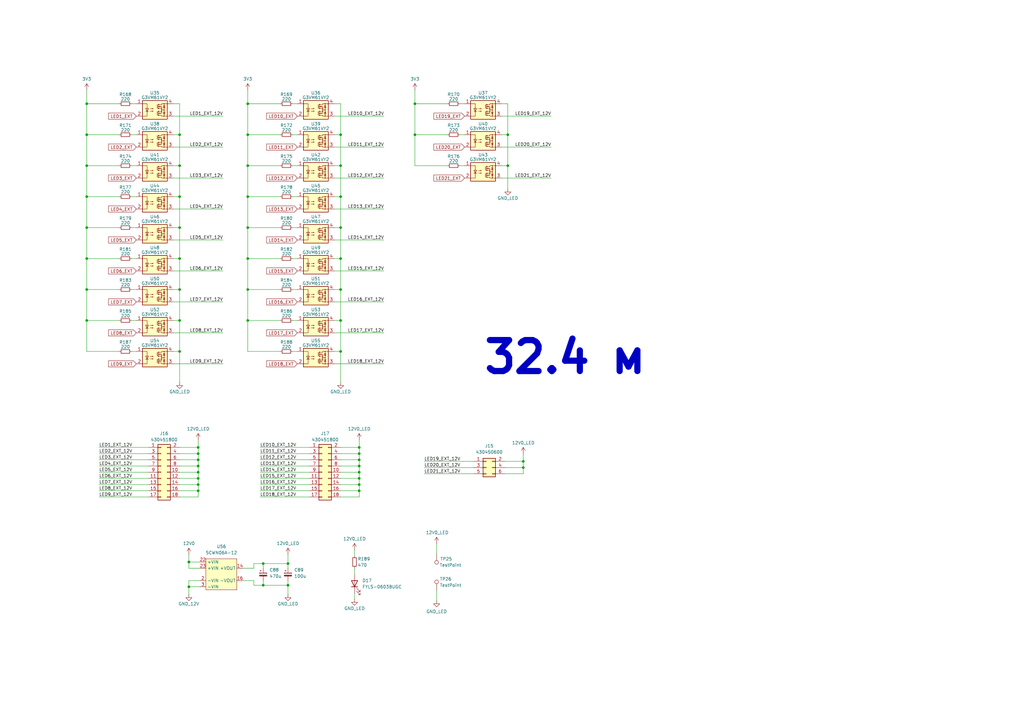
<source format=kicad_sch>
(kicad_sch (version 20231120) (generator "eeschema") (generator_version "8.0")
  (paper "A3")
  (lib_symbols
    (symbol "Connector:TestPoint" (pin_numbers hide) (pin_names (offset 0.762) hide)
      (property "Reference" "TP" (at 0 6.858 0))
      (property "Value" "TestPoint" (at 0 5.08 0))
      (symbol "TestPoint_1_1"
        (pin passive line (at 0 0 90) (length 2.54) (name "1") (number "1"))
      )
    )
    (symbol "Connector_Generic:Conn_02x03_Odd_Even" (pin_names (offset 1.016) hide)
      (property "Reference" "J" (at 1.27 5.08 0))
      (property "Value" "Conn_02x03_Odd_Even" (at 1.27 -5.08 0))
      (symbol "Conn_02x03_Odd_Even_1_1"
        (pin passive line (at -5.08 2.54 0) (length 3.81) (name "Pin_1") (number "1"))
        (pin passive line (at 7.62 2.54 180) (length 3.81) (name "Pin_2") (number "2"))
        (pin passive line (at -5.08 0 0) (length 3.81) (name "Pin_3") (number "3"))
        (pin passive line (at 7.62 0 180) (length 3.81) (name "Pin_4") (number "4"))
        (pin passive line (at -5.08 -2.54 0) (length 3.81) (name "Pin_5") (number "5"))
        (pin passive line (at 7.62 -2.54 180) (length 3.81) (name "Pin_6") (number "6"))
      )
    )
    (symbol "Connector_Generic:Conn_02x09_Odd_Even" (pin_names (offset 1.016) hide)
      (property "Reference" "J" (at 1.27 12.7 0))
      (property "Value" "Conn_02x09_Odd_Even" (at 1.27 -12.7 0))
      (symbol "Conn_02x09_Odd_Even_1_1"
        (pin passive line (at -5.08 10.16 0) (length 3.81) (name "Pin_1") (number "1"))
        (pin passive line (at 7.62 0 180) (length 3.81) (name "Pin_10") (number "10"))
        (pin passive line (at -5.08 -2.54 0) (length 3.81) (name "Pin_11") (number "11"))
        (pin passive line (at 7.62 -2.54 180) (length 3.81) (name "Pin_12") (number "12"))
        (pin passive line (at -5.08 -5.08 0) (length 3.81) (name "Pin_13") (number "13"))
        (pin passive line (at 7.62 -5.08 180) (length 3.81) (name "Pin_14") (number "14"))
        (pin passive line (at -5.08 -7.62 0) (length 3.81) (name "Pin_15") (number "15"))
        (pin passive line (at 7.62 -7.62 180) (length 3.81) (name "Pin_16") (number "16"))
        (pin passive line (at -5.08 -10.16 0) (length 3.81) (name "Pin_17") (number "17"))
        (pin passive line (at 7.62 -10.16 180) (length 3.81) (name "Pin_18") (number "18"))
        (pin passive line (at 7.62 10.16 180) (length 3.81) (name "Pin_2") (number "2"))
        (pin passive line (at -5.08 7.62 0) (length 3.81) (name "Pin_3") (number "3"))
        (pin passive line (at 7.62 7.62 180) (length 3.81) (name "Pin_4") (number "4"))
        (pin passive line (at -5.08 5.08 0) (length 3.81) (name "Pin_5") (number "5"))
        (pin passive line (at 7.62 5.08 180) (length 3.81) (name "Pin_6") (number "6"))
        (pin passive line (at -5.08 2.54 0) (length 3.81) (name "Pin_7") (number "7"))
        (pin passive line (at 7.62 2.54 180) (length 3.81) (name "Pin_8") (number "8"))
        (pin passive line (at -5.08 0 0) (length 3.81) (name "Pin_9") (number "9"))
      )
    )
    (symbol "Device:C_Polarized_Small" (pin_numbers hide) (pin_names (offset 0.254) hide)
      (property "Reference" "C" (at 0.254 1.778 0))
      (property "Value" "C_Polarized_Small" (at 0.254 -2.032 0))
      (symbol "C_Polarized_Small_1_1"
        (pin passive line (at 0 2.54 270) (length 1.8542) (name "~") (number "1"))
        (pin passive line (at 0 -2.54 90) (length 1.8542) (name "~") (number "2"))
      )
    )
    (symbol "Device:LED" (pin_numbers hide) (pin_names (offset 1.016) hide)
      (property "Reference" "D" (at 0 2.54 0))
      (property "Value" "LED" (at 0 -2.54 0))
      (symbol "LED_1_1"
        (pin passive line (at -3.81 0 0) (length 2.54) (name "K") (number "1"))
        (pin passive line (at 3.81 0 180) (length 2.54) (name "A") (number "2"))
      )
    )
    (symbol "Device:R_Small" (pin_numbers hide) (pin_names (offset 0.254) hide)
      (property "Reference" "R" (at 0.762 0.508 0))
      (property "Value" "R_Small" (at 0.762 -1.016 0))
      (symbol "R_Small_1_1"
        (pin passive line (at 0 2.54 270) (length 0.762) (name "~") (number "1"))
        (pin passive line (at 0 -2.54 90) (length 0.762) (name "~") (number "2"))
      )
    )
    (symbol "Relay_SolidState:ASSR-1218"
      (property "Reference" "U" (at -5.08 5.08 0))
      (property "Value" "ASSR-1218" (at 0 5.08 0))
      (symbol "ASSR-1218_1_1"
        (pin passive line (at -7.62 2.54 0) (length 2.54) (name "~") (number "1"))
        (pin passive line (at -7.62 -2.54 0) (length 2.54) (name "~") (number "2"))
        (pin passive line (at 7.62 -2.54 180) (length 2.54) (name "~") (number "3"))
        (pin passive line (at 7.62 2.54 180) (length 2.54) (name "~") (number "4"))
      )
    )
    (symbol "power:+12V" (power) (pin_numbers hide) (pin_names (offset 0) hide)
      (property "Value" "+12V" (at 0 3.556 0))
      (symbol "+12V_1_1"
        (pin power_in line (at 0 0 90) (length 0) (name "~") (number "1"))
      )
    )
    (symbol "power:+5V" (power) (pin_numbers hide) (pin_names (offset 0) hide)
      (property "Value" "+5V" (at 0 3.556 0))
      (symbol "+5V_1_1"
        (pin power_in line (at 0 0 90) (length 0) (name "~") (number "1"))
      )
    )
    (symbol "power:GND" (power) (pin_numbers hide) (pin_names (offset 0) hide)
      (property "Value" "GND" (at 0 -3.81 0))
      (symbol "GND_1_1"
        (pin power_in line (at 0 0 270) (length 0) (name "~") (number "1"))
      )
    )
    (symbol "user_lib:SCWN06A-12"
      (property "Reference" "U" (at 0.762 -10.922 0))
      (property "Value" "SCWN06A-12" (at 0.762 -10.922 0))
      (symbol "SCWN06A-12_1_1"
        (pin input line (at 8.89 2.54 180) (length 2.54) (name "+VOUT") (number "14"))
        (pin input line (at 8.89 -2.54 180) (length 2.54) (name "-VOUT") (number "16"))
        (pin input line (at -8.89 -2.54 0) (length 2.54) (name "-VIN") (number "2"))
        (pin input line (at -8.89 5.08 0) (length 2.54) (name "+VIN") (number "22"))
        (pin input line (at -8.89 2.54 0) (length 2.54) (name "+VIN") (number "23"))
        (pin input line (at -8.89 -5.08 0) (length 2.54) (name "-VIN") (number "3"))
      )
    )
  )
  (junction (at 73.66 118.745))
  (junction (at 81.28 183.515))
  (junction (at 101.6 106.045))
  (junction (at 139.7 93.345))
  (junction (at 101.6 55.245))
  (junction (at 73.66 55.245))
  (junction (at 107.95 231.14))
  (junction (at 35.56 118.745))
  (junction (at 139.7 118.745))
  (junction (at 73.66 67.945))
  (junction (at 81.28 198.755))
  (junction (at 101.6 42.545))
  (junction (at 35.56 42.545))
  (junction (at 101.6 93.345))
  (junction (at 170.18 55.245))
  (junction (at 107.95 240.03))
  (junction (at 81.28 201.295))
  (junction (at 101.6 118.745))
  (junction (at 101.6 67.945))
  (junction (at 81.28 188.595))
  (junction (at 73.66 144.145))
  (junction (at 139.7 55.245))
  (junction (at 147.32 183.515))
  (junction (at 139.7 106.045))
  (junction (at 147.32 191.135))
  (junction (at 147.32 193.675))
  (junction (at 147.32 186.055))
  (junction (at 214.63 191.77))
  (junction (at 73.66 93.345))
  (junction (at 118.11 231.14))
  (junction (at 35.56 131.445))
  (junction (at 147.32 201.295))
  (junction (at 77.47 230.505))
  (junction (at 101.6 131.445))
  (junction (at 73.66 80.645))
  (junction (at 118.11 240.03))
  (junction (at 139.7 144.145))
  (junction (at 147.32 198.755))
  (junction (at 170.18 42.545))
  (junction (at 73.66 131.445))
  (junction (at 214.63 189.23))
  (junction (at 35.56 67.945))
  (junction (at 77.47 240.665))
  (junction (at 139.7 131.445))
  (junction (at 81.28 196.215))
  (junction (at 35.56 80.645))
  (junction (at 81.28 193.675))
  (junction (at 147.32 196.215))
  (junction (at 35.56 106.045))
  (junction (at 208.28 55.245))
  (junction (at 35.56 55.245))
  (junction (at 139.7 67.945))
  (junction (at 101.6 80.645))
  (junction (at 81.28 186.055))
  (junction (at 35.56 93.345))
  (junction (at 73.66 106.045))
  (junction (at 208.28 67.945))
  (junction (at 81.28 191.135))
  (junction (at 147.32 188.595))
  (junction (at 139.7 80.645))
  (wire (pts (xy 73.66 203.835) (xy 81.28 203.835)))
  (wire (pts (xy 35.56 42.545) (xy 35.56 55.245)))
  (wire (pts (xy 120.015 42.545) (xy 121.92 42.545)))
  (wire (pts (xy 137.16 93.345) (xy 139.7 93.345)))
  (wire (pts (xy 73.66 93.345) (xy 73.66 106.045)))
  (wire (pts (xy 81.28 198.755) (xy 81.28 201.295)))
  (wire (pts (xy 53.975 144.145) (xy 55.88 144.145)))
  (wire (pts (xy 139.7 193.675) (xy 147.32 193.675)))
  (wire (pts (xy 205.74 42.545) (xy 208.28 42.545)))
  (wire (pts (xy 71.12 136.525) (xy 91.44 136.525)))
  (wire (pts (xy 99.695 233.045) (xy 104.14 233.045)))
  (wire (pts (xy 71.12 80.645) (xy 73.66 80.645)))
  (wire (pts (xy 170.18 36.83) (xy 170.18 42.545)))
  (wire (pts (xy 71.12 73.025) (xy 91.44 73.025)))
  (wire (pts (xy 139.7 196.215) (xy 147.32 196.215)))
  (wire (pts (xy 107.95 240.03) (xy 118.11 240.03)))
  (wire (pts (xy 139.7 67.945) (xy 139.7 80.645)))
  (wire (pts (xy 214.63 191.77) (xy 214.63 194.31)))
  (wire (pts (xy 101.6 80.645) (xy 101.6 93.345)))
  (wire (pts (xy 114.935 55.245) (xy 101.6 55.245)))
  (wire (pts (xy 35.56 93.345) (xy 48.895 93.345)))
  (wire (pts (xy 188.595 55.245) (xy 190.5 55.245)))
  (wire (pts (xy 104.14 231.14) (xy 104.14 233.045)))
  (wire (pts (xy 205.74 67.945) (xy 208.28 67.945)))
  (wire (pts (xy 107.95 238.125) (xy 107.95 240.03)))
  (wire (pts (xy 73.66 55.245) (xy 73.66 67.945)))
  (wire (pts (xy 101.6 118.745) (xy 114.935 118.745)))
  (wire (pts (xy 101.6 131.445) (xy 101.6 144.145)))
  (wire (pts (xy 35.56 131.445) (xy 35.56 144.145)))
  (wire (pts (xy 81.28 180.34) (xy 81.28 183.515)))
  (wire (pts (xy 137.16 123.825) (xy 157.48 123.825)))
  (wire (pts (xy 137.16 55.245) (xy 139.7 55.245)))
  (wire (pts (xy 60.96 196.215) (xy 40.64 196.215)))
  (wire (pts (xy 127 186.055) (xy 106.68 186.055)))
  (wire (pts (xy 71.12 131.445) (xy 73.66 131.445)))
  (wire (pts (xy 147.32 191.135) (xy 147.32 193.675)))
  (wire (pts (xy 107.95 231.14) (xy 118.11 231.14)))
  (wire (pts (xy 188.595 42.545) (xy 190.5 42.545)))
  (wire (pts (xy 139.7 106.045) (xy 139.7 118.745)))
  (wire (pts (xy 104.14 238.125) (xy 104.14 240.03)))
  (wire (pts (xy 137.16 98.425) (xy 157.48 98.425)))
  (wire (pts (xy 73.66 106.045) (xy 73.66 118.745)))
  (wire (pts (xy 77.47 230.505) (xy 77.47 227.33)))
  (wire (pts (xy 73.66 188.595) (xy 81.28 188.595)))
  (wire (pts (xy 35.56 118.745) (xy 35.56 131.445)))
  (wire (pts (xy 170.18 42.545) (xy 183.515 42.545)))
  (wire (pts (xy 127 188.595) (xy 106.68 188.595)))
  (wire (pts (xy 60.96 203.835) (xy 40.64 203.835)))
  (wire (pts (xy 73.66 80.645) (xy 73.66 93.345)))
  (wire (pts (xy 127 201.295) (xy 106.68 201.295)))
  (wire (pts (xy 139.7 131.445) (xy 139.7 144.145)))
  (wire (pts (xy 139.7 42.545) (xy 139.7 55.245)))
  (wire (pts (xy 101.6 67.945) (xy 114.935 67.945)))
  (wire (pts (xy 53.975 67.945) (xy 55.88 67.945)))
  (wire (pts (xy 139.7 191.135) (xy 147.32 191.135)))
  (wire (pts (xy 71.12 144.145) (xy 73.66 144.145)))
  (wire (pts (xy 35.56 118.745) (xy 48.895 118.745)))
  (wire (pts (xy 145.415 233.045) (xy 145.415 235.585)))
  (wire (pts (xy 71.12 118.745) (xy 73.66 118.745)))
  (wire (pts (xy 77.47 233.045) (xy 77.47 230.505)))
  (wire (pts (xy 73.66 186.055) (xy 81.28 186.055)))
  (wire (pts (xy 81.28 183.515) (xy 81.28 186.055)))
  (wire (pts (xy 81.915 238.125) (xy 77.47 238.125)))
  (wire (pts (xy 147.32 198.755) (xy 147.32 201.295)))
  (wire (pts (xy 120.015 118.745) (xy 121.92 118.745)))
  (wire (pts (xy 139.7 203.835) (xy 147.32 203.835)))
  (wire (pts (xy 81.28 193.675) (xy 81.28 196.215)))
  (wire (pts (xy 73.66 67.945) (xy 73.66 80.645)))
  (wire (pts (xy 35.56 36.83) (xy 35.56 42.545)))
  (wire (pts (xy 205.74 73.025) (xy 226.06 73.025)))
  (wire (pts (xy 139.7 80.645) (xy 139.7 93.345)))
  (wire (pts (xy 137.16 47.625) (xy 157.48 47.625)))
  (wire (pts (xy 205.74 60.325) (xy 226.06 60.325)))
  (wire (pts (xy 60.96 191.135) (xy 40.64 191.135)))
  (wire (pts (xy 81.28 186.055) (xy 81.28 188.595)))
  (wire (pts (xy 179.07 241.935) (xy 179.07 246.38)))
  (wire (pts (xy 214.63 186.055) (xy 214.63 189.23)))
  (wire (pts (xy 60.96 201.295) (xy 40.64 201.295)))
  (wire (pts (xy 101.6 42.545) (xy 101.6 55.245)))
  (wire (pts (xy 120.015 55.245) (xy 121.92 55.245)))
  (wire (pts (xy 101.6 106.045) (xy 101.6 118.745)))
  (wire (pts (xy 127 196.215) (xy 106.68 196.215)))
  (wire (pts (xy 127 198.755) (xy 106.68 198.755)))
  (wire (pts (xy 137.16 131.445) (xy 139.7 131.445)))
  (wire (pts (xy 60.96 193.675) (xy 40.64 193.675)))
  (wire (pts (xy 81.28 191.135) (xy 81.28 193.675)))
  (wire (pts (xy 137.16 80.645) (xy 139.7 80.645)))
  (wire (pts (xy 139.7 201.295) (xy 147.32 201.295)))
  (wire (pts (xy 194.31 191.77) (xy 173.99 191.77)))
  (wire (pts (xy 73.66 198.755) (xy 81.28 198.755)))
  (wire (pts (xy 73.66 118.745) (xy 73.66 131.445)))
  (wire (pts (xy 71.12 106.045) (xy 73.66 106.045)))
  (wire (pts (xy 71.12 47.625) (xy 91.44 47.625)))
  (wire (pts (xy 120.015 67.945) (xy 121.92 67.945)))
  (wire (pts (xy 101.6 118.745) (xy 101.6 131.445)))
  (wire (pts (xy 118.11 240.03) (xy 118.11 243.84)))
  (wire (pts (xy 81.28 188.595) (xy 81.28 191.135)))
  (wire (pts (xy 183.515 55.245) (xy 170.18 55.245)))
  (wire (pts (xy 170.18 42.545) (xy 170.18 55.245)))
  (wire (pts (xy 60.96 188.595) (xy 40.64 188.595)))
  (wire (pts (xy 73.66 131.445) (xy 73.66 144.145)))
  (wire (pts (xy 147.32 180.34) (xy 147.32 183.515)))
  (wire (pts (xy 207.01 191.77) (xy 214.63 191.77)))
  (wire (pts (xy 101.6 93.345) (xy 114.935 93.345)))
  (wire (pts (xy 71.12 111.125) (xy 91.44 111.125)))
  (wire (pts (xy 73.66 183.515) (xy 81.28 183.515)))
  (wire (pts (xy 139.7 186.055) (xy 147.32 186.055)))
  (wire (pts (xy 35.56 42.545) (xy 48.895 42.545)))
  (wire (pts (xy 48.895 55.245) (xy 35.56 55.245)))
  (wire (pts (xy 35.56 93.345) (xy 35.56 106.045)))
  (wire (pts (xy 194.31 194.31) (xy 173.99 194.31)))
  (wire (pts (xy 145.415 225.425) (xy 145.415 227.965)))
  (wire (pts (xy 60.96 186.055) (xy 40.64 186.055)))
  (wire (pts (xy 53.975 93.345) (xy 55.88 93.345)))
  (wire (pts (xy 147.32 186.055) (xy 147.32 188.595)))
  (wire (pts (xy 71.12 42.545) (xy 73.66 42.545)))
  (wire (pts (xy 35.56 80.645) (xy 35.56 93.345)))
  (wire (pts (xy 137.16 67.945) (xy 139.7 67.945)))
  (wire (pts (xy 205.74 55.245) (xy 208.28 55.245)))
  (wire (pts (xy 120.015 131.445) (xy 121.92 131.445)))
  (wire (pts (xy 194.31 189.23) (xy 173.99 189.23)))
  (wire (pts (xy 139.7 55.245) (xy 139.7 67.945)))
  (wire (pts (xy 48.895 80.645) (xy 35.56 80.645)))
  (wire (pts (xy 137.16 118.745) (xy 139.7 118.745)))
  (wire (pts (xy 208.28 42.545) (xy 208.28 55.245)))
  (wire (pts (xy 71.12 67.945) (xy 73.66 67.945)))
  (wire (pts (xy 99.695 238.125) (xy 104.14 238.125)))
  (wire (pts (xy 208.28 67.945) (xy 208.28 77.47)))
  (wire (pts (xy 48.895 106.045) (xy 35.56 106.045)))
  (wire (pts (xy 170.18 55.245) (xy 170.18 67.945)))
  (wire (pts (xy 81.28 201.295) (xy 81.28 203.835)))
  (wire (pts (xy 137.16 42.545) (xy 139.7 42.545)))
  (wire (pts (xy 71.12 98.425) (xy 91.44 98.425)))
  (wire (pts (xy 139.7 118.745) (xy 139.7 131.445)))
  (wire (pts (xy 137.16 136.525) (xy 157.48 136.525)))
  (wire (pts (xy 73.66 193.675) (xy 81.28 193.675)))
  (wire (pts (xy 101.6 36.83) (xy 101.6 42.545)))
  (wire (pts (xy 147.32 183.515) (xy 147.32 186.055)))
  (wire (pts (xy 48.895 131.445) (xy 35.56 131.445)))
  (wire (pts (xy 147.32 193.675) (xy 147.32 196.215)))
  (wire (pts (xy 101.6 67.945) (xy 101.6 80.645)))
  (wire (pts (xy 81.28 196.215) (xy 81.28 198.755)))
  (wire (pts (xy 114.935 106.045) (xy 101.6 106.045)))
  (wire (pts (xy 114.935 131.445) (xy 101.6 131.445)))
  (wire (pts (xy 77.47 240.665) (xy 81.915 240.665)))
  (wire (pts (xy 207.01 194.31) (xy 214.63 194.31)))
  (wire (pts (xy 53.975 131.445) (xy 55.88 131.445)))
  (wire (pts (xy 104.14 231.14) (xy 107.95 231.14)))
  (wire (pts (xy 127 191.135) (xy 106.68 191.135)))
  (wire (pts (xy 137.16 144.145) (xy 139.7 144.145)))
  (wire (pts (xy 147.32 201.295) (xy 147.32 203.835)))
  (wire (pts (xy 71.12 149.225) (xy 91.44 149.225)))
  (wire (pts (xy 73.66 144.145) (xy 73.66 156.845)))
  (wire (pts (xy 147.32 188.595) (xy 147.32 191.135)))
  (wire (pts (xy 139.7 93.345) (xy 139.7 106.045)))
  (wire (pts (xy 71.12 93.345) (xy 73.66 93.345)))
  (wire (pts (xy 73.66 42.545) (xy 73.66 55.245)))
  (wire (pts (xy 139.7 198.755) (xy 147.32 198.755)))
  (wire (pts (xy 137.16 149.225) (xy 157.48 149.225)))
  (wire (pts (xy 53.975 42.545) (xy 55.88 42.545)))
  (wire (pts (xy 205.74 47.625) (xy 226.06 47.625)))
  (wire (pts (xy 137.16 73.025) (xy 157.48 73.025)))
  (wire (pts (xy 77.47 238.125) (xy 77.47 240.665)))
  (wire (pts (xy 137.16 85.725) (xy 157.48 85.725)))
  (wire (pts (xy 137.16 60.325) (xy 157.48 60.325)))
  (wire (pts (xy 127 203.835) (xy 106.68 203.835)))
  (wire (pts (xy 145.415 243.205) (xy 145.415 245.745)))
  (wire (pts (xy 118.11 240.03) (xy 118.11 238.125)))
  (wire (pts (xy 101.6 93.345) (xy 101.6 106.045)))
  (wire (pts (xy 139.7 144.145) (xy 139.7 156.845)))
  (wire (pts (xy 120.015 144.145) (xy 121.92 144.145)))
  (wire (pts (xy 137.16 111.125) (xy 157.48 111.125)))
  (wire (pts (xy 118.11 233.045) (xy 118.11 231.14)))
  (wire (pts (xy 53.975 55.245) (xy 55.88 55.245)))
  (wire (pts (xy 35.56 55.245) (xy 35.56 67.945)))
  (wire (pts (xy 73.66 201.295) (xy 81.28 201.295)))
  (wire (pts (xy 101.6 55.245) (xy 101.6 67.945)))
  (wire (pts (xy 35.56 67.945) (xy 35.56 80.645)))
  (wire (pts (xy 101.6 144.145) (xy 114.935 144.145)))
  (wire (pts (xy 137.16 106.045) (xy 139.7 106.045)))
  (wire (pts (xy 53.975 118.745) (xy 55.88 118.745)))
  (wire (pts (xy 114.935 80.645) (xy 101.6 80.645)))
  (wire (pts (xy 73.66 196.215) (xy 81.28 196.215)))
  (wire (pts (xy 71.12 85.725) (xy 91.44 85.725)))
  (wire (pts (xy 104.14 240.03) (xy 107.95 240.03)))
  (wire (pts (xy 35.56 144.145) (xy 48.895 144.145)))
  (wire (pts (xy 188.595 67.945) (xy 190.5 67.945)))
  (wire (pts (xy 73.66 191.135) (xy 81.28 191.135)))
  (wire (pts (xy 207.01 189.23) (xy 214.63 189.23)))
  (wire (pts (xy 81.915 233.045) (xy 77.47 233.045)))
  (wire (pts (xy 139.7 188.595) (xy 147.32 188.595)))
  (wire (pts (xy 139.7 183.515) (xy 147.32 183.515)))
  (wire (pts (xy 53.975 106.045) (xy 55.88 106.045)))
  (wire (pts (xy 53.975 80.645) (xy 55.88 80.645)))
  (wire (pts (xy 71.12 55.245) (xy 73.66 55.245)))
  (wire (pts (xy 120.015 93.345) (xy 121.92 93.345)))
  (wire (pts (xy 208.28 55.245) (xy 208.28 67.945)))
  (wire (pts (xy 118.11 227.33) (xy 118.11 231.14)))
  (wire (pts (xy 147.32 196.215) (xy 147.32 198.755)))
  (wire (pts (xy 77.47 230.505) (xy 81.915 230.505)))
  (wire (pts (xy 107.95 231.14) (xy 107.95 233.045)))
  (wire (pts (xy 120.015 106.045) (xy 121.92 106.045)))
  (wire (pts (xy 120.015 80.645) (xy 121.92 80.645)))
  (wire (pts (xy 127 193.675) (xy 106.68 193.675)))
  (wire (pts (xy 71.12 60.325) (xy 91.44 60.325)))
  (wire (pts (xy 60.96 183.515) (xy 40.64 183.515)))
  (wire (pts (xy 170.18 67.945) (xy 183.515 67.945)))
  (wire (pts (xy 35.56 67.945) (xy 48.895 67.945)))
  (wire (pts (xy 179.07 227.33) (xy 179.07 222.885)))
  (wire (pts (xy 60.96 198.755) (xy 40.64 198.755)))
  (wire (pts (xy 101.6 42.545) (xy 114.935 42.545)))
  (wire (pts (xy 77.47 240.665) (xy 77.47 243.84)))
  (wire (pts (xy 35.56 106.045) (xy 35.56 118.745)))
  (wire (pts (xy 71.12 123.825) (xy 91.44 123.825)))
  (wire (pts (xy 127 183.515) (xy 106.68 183.515)))
  (wire (pts (xy 214.63 189.23) (xy 214.63 191.77)))
  (text "32.4 м" (at 231.775 146.685 0) (effects (font (size 12.7 12.7) (thickness 2.54) (bold yes))))
  (label "LED7_EXT_12V" (at 91.44 123.825 180))
  (label "LED14_EXT_12V" (at 157.48 98.425 180))
  (label "LED6_EXT_12V" (at 91.44 111.125 180))
  (label "LED4_EXT_12V" (at 91.44 85.725 180))
  (label "LED17_EXT_12V" (at 157.48 136.525 180))
  (label "LED4_EXT_12V" (at 40.64 191.135 0))
  (label "LED20_EXT_12V" (at 173.99 191.77 0))
  (label "LED2_EXT_12V" (at 40.64 186.055 0))
  (label "LED17_EXT_12V" (at 106.68 201.295 0))
  (label "LED1_EXT_12V" (at 91.44 47.625 180))
  (label "LED5_EXT_12V" (at 91.44 98.425 180))
  (label "LED11_EXT_12V" (at 106.68 186.055 0))
  (label "LED20_EXT_12V" (at 226.06 60.325 180))
  (label "LED16_EXT_12V" (at 157.48 123.825 180))
  (label "LED14_EXT_12V" (at 106.68 193.675 0))
  (label "LED10_EXT_12V" (at 106.68 183.515 0))
  (label "LED3_EXT_12V" (at 40.64 188.595 0))
  (label "LED9_EXT_12V" (at 91.44 149.225 180))
  (label "LED9_EXT_12V" (at 40.64 203.835 0))
  (label "LED15_EXT_12V" (at 157.48 111.125 180))
  (label "LED18_EXT_12V" (at 106.68 203.835 0))
  (label "LED7_EXT_12V" (at 40.64 198.755 0))
  (label "LED18_EXT_12V" (at 157.48 149.225 180))
  (label "LED15_EXT_12V" (at 106.68 196.215 0))
  (label "LED19_EXT_12V" (at 173.99 189.23 0))
  (label "LED11_EXT_12V" (at 157.48 60.325 180))
  (label "LED12_EXT_12V" (at 106.68 188.595 0))
  (label "LED5_EXT_12V" (at 40.64 193.675 0))
  (label "LED21_EXT_12V" (at 226.06 73.025 180))
  (label "LED10_EXT_12V" (at 157.48 47.625 180))
  (label "LED21_EXT_12V" (at 173.99 194.31 0))
  (label "LED1_EXT_12V" (at 40.64 183.515 0))
  (label "LED2_EXT_12V" (at 91.44 60.325 180))
  (label "LED8_EXT_12V" (at 40.64 201.295 0))
  (label "LED19_EXT_12V" (at 226.06 47.625 180))
  (label "LED12_EXT_12V" (at 157.48 73.025 180))
  (label "LED13_EXT_12V" (at 106.68 191.135 0))
  (label "LED16_EXT_12V" (at 106.68 198.755 0))
  (label "LED3_EXT_12V" (at 91.44 73.025 180))
  (label "LED13_EXT_12V" (at 157.48 85.725 180))
  (label "LED8_EXT_12V" (at 91.44 136.525 180))
  (label "LED6_EXT_12V" (at 40.64 196.215 0))
  (global_label "LED14_EXT" (shape input) (at 121.92 98.425 180) (property "Intersheetrefs" "${INTERSHEET_REFS}" (effects (hide yes))))
  (global_label "LED8_EXT" (shape input) (at 55.88 136.525 180) (property "Intersheetrefs" "${INTERSHEET_REFS}" (effects (hide yes))))
  (global_label "LED19_EXT" (shape input) (at 190.5 47.625 180) (property "Intersheetrefs" "${INTERSHEET_REFS}" (effects (hide yes))))
  (global_label "LED9_EXT" (shape input) (at 55.88 149.225 180) (property "Intersheetrefs" "${INTERSHEET_REFS}" (effects (hide yes))))
  (global_label "LED16_EXT" (shape input) (at 121.92 123.825 180) (property "Intersheetrefs" "${INTERSHEET_REFS}" (effects (hide yes))))
  (global_label "LED18_EXT" (shape input) (at 121.92 149.225 180) (property "Intersheetrefs" "${INTERSHEET_REFS}" (effects (hide yes))))
  (global_label "LED3_EXT" (shape input) (at 55.88 73.025 180) (property "Intersheetrefs" "${INTERSHEET_REFS}" (effects (hide yes))))
  (global_label "LED10_EXT" (shape input) (at 121.92 47.625 180) (property "Intersheetrefs" "${INTERSHEET_REFS}" (effects (hide yes))))
  (global_label "LED5_EXT" (shape input) (at 55.88 98.425 180) (property "Intersheetrefs" "${INTERSHEET_REFS}" (effects (hide yes))))
  (global_label "LED7_EXT" (shape input) (at 55.88 123.825 180) (property "Intersheetrefs" "${INTERSHEET_REFS}" (effects (hide yes))))
  (global_label "LED15_EXT" (shape input) (at 121.92 111.125 180) (property "Intersheetrefs" "${INTERSHEET_REFS}" (effects (hide yes))))
  (global_label "LED2_EXT" (shape input) (at 55.88 60.325 180) (property "Intersheetrefs" "${INTERSHEET_REFS}" (effects (hide yes))))
  (global_label "LED17_EXT" (shape input) (at 121.92 136.525 180) (property "Intersheetrefs" "${INTERSHEET_REFS}" (effects (hide yes))))
  (global_label "LED4_EXT" (shape input) (at 55.88 85.725 180) (property "Intersheetrefs" "${INTERSHEET_REFS}" (effects (hide yes))))
  (global_label "LED20_EXT" (shape input) (at 190.5 60.325 180) (property "Intersheetrefs" "${INTERSHEET_REFS}" (effects (hide yes))))
  (global_label "LED21_EXT" (shape input) (at 190.5 73.025 180) (property "Intersheetrefs" "${INTERSHEET_REFS}" (effects (hide yes))))
  (global_label "LED1_EXT" (shape input) (at 55.88 47.625 180) (property "Intersheetrefs" "${INTERSHEET_REFS}" (effects (hide yes))))
  (global_label "LED12_EXT" (shape input) (at 121.92 73.025 180) (property "Intersheetrefs" "${INTERSHEET_REFS}" (effects (hide yes))))
  (global_label "LED11_EXT" (shape input) (at 121.92 60.325 180) (property "Intersheetrefs" "${INTERSHEET_REFS}" (effects (hide yes))))
  (global_label "LED13_EXT" (shape input) (at 121.92 85.725 180) (property "Intersheetrefs" "${INTERSHEET_REFS}" (effects (hide yes))))
  (global_label "LED6_EXT" (shape input) (at 55.88 111.125 180) (property "Intersheetrefs" "${INTERSHEET_REFS}" (effects (hide yes))))
  (symbol (lib_id "Device:R_Small") (at 51.435 80.645 90) (unit 1)
    (property "Reference" "R177" (at 51.435 76.835 90))
    (property "Value" "220" (at 51.435 78.74 90))
    (property "Footprint" "Resistor_SMD:R_0603_1608Metric" (effects (hide yes)))
    (property "Description" "Resistor, small symbol" (effects (hide yes)))
    (property "Мин. кол-во" "100" (effects (hide yes)))
    (property "Ссылка" "https://www.promelec.ru/product/46446/" (effects (hide yes)))
    (property "Цена" "1" (effects (hide yes)))
    (property "Человекопонятное название" "Толстопленочный ЧИП-резистор 0603 220Ом" (effects (hide yes)))
  )
  (symbol (lib_id "power:+5V") (at 170.18 36.83 0) (unit 1)
    (property "Reference" "#PWR0159" (effects (hide yes)))
    (property "Value" "3V3" (at 170.18 32.385 0))
    (property "Description" "Power symbol creates a global label with name \"+5V\"" (effects (hide yes)))
  )
  (symbol (lib_id "Device:R_Small") (at 186.055 67.945 90) (unit 1)
    (property "Reference" "R176" (at 186.055 64.135 90))
    (property "Value" "220" (at 186.055 66.04 90))
    (property "Footprint" "Resistor_SMD:R_0603_1608Metric" (effects (hide yes)))
    (property "Description" "Resistor, small symbol" (effects (hide yes)))
    (property "Мин. кол-во" "100" (effects (hide yes)))
    (property "Ссылка" "https://www.promelec.ru/product/46446/" (effects (hide yes)))
    (property "Цена" "1" (effects (hide yes)))
    (property "Человекопонятное название" "Толстопленочный ЧИП-резистор 0603 220Ом" (effects (hide yes)))
  )
  (symbol (lib_id "Relay_SolidState:ASSR-1218") (at 63.5 95.885 0) (unit 1)
    (property "Reference" "U46" (at 63.5 88.9 0))
    (property "Value" "G3VM61VY2" (at 63.5 90.805 0))
    (property "Footprint" "user_lib:G3VM-61VY2TR" (effects (hide yes)))
    (property "Мин. кол-во" "5" (effects (hide yes)))
    (property "Ссылка" "https://www.promelec.ru/product/423382/" (effects (hide yes)))
    (property "Цена" "112" (effects (hide yes)))
    (property "Человекопонятное название" "Реле твердотельное" (effects (hide yes)))
  )
  (symbol (lib_id "Relay_SolidState:ASSR-1218") (at 63.5 83.185 0) (unit 1)
    (property "Reference" "U44" (at 63.5 76.2 0))
    (property "Value" "G3VM61VY2" (at 63.5 78.105 0))
    (property "Footprint" "user_lib:G3VM-61VY2TR" (effects (hide yes)))
    (property "Мин. кол-во" "5" (effects (hide yes)))
    (property "Ссылка" "https://www.promelec.ru/product/423382/" (effects (hide yes)))
    (property "Цена" "112" (effects (hide yes)))
    (property "Человекопонятное название" "Реле твердотельное" (effects (hide yes)))
  )
  (symbol (lib_id "power:+12V") (at 214.63 186.055 0) (unit 1)
    (property "Reference" "#PWR0165" (effects (hide yes)))
    (property "Value" "12V0_LED" (at 214.63 181.61 0))
    (property "Description" "Power symbol creates a global label with name \"+12V\"" (effects (hide yes)))
  )
  (symbol (lib_id "Relay_SolidState:ASSR-1218") (at 129.54 121.285 0) (unit 1)
    (property "Reference" "U51" (at 129.54 114.3 0))
    (property "Value" "G3VM61VY2" (at 129.54 116.205 0))
    (property "Footprint" "user_lib:G3VM-61VY2TR" (effects (hide yes)))
    (property "Мин. кол-во" "5" (effects (hide yes)))
    (property "Ссылка" "https://www.promelec.ru/product/423382/" (effects (hide yes)))
    (property "Цена" "112" (effects (hide yes)))
    (property "Человекопонятное название" "Реле твердотельное" (effects (hide yes)))
  )
  (symbol (lib_id "user_lib:SCWN06A-12") (at 90.805 235.585 0) (unit 1)
    (property "Reference" "U56" (at 90.805 224.155 0))
    (property "Value" "SCWN06A-12" (at 90.805 226.695 0))
    (property "Footprint" "user_lib:SCWN06A-12" (effects (hide yes)))
    (property "Datasheet" "https://static.chipdip.ru/lib/409/DOC016409570.pdf" (effects (hide yes)))
    (property "Мин. кол-во" "1" (effects (hide yes)))
    (property "Ссылка" "https://www.chipdip.ru/product/scwn06a-12" (effects (hide yes)))
    (property "Цена" "1020" (effects (hide yes)))
    (property "Человекопонятное название" "DC/DC преобразователь, 6Вт, вход 9-18В, выход 12В/500мА" (effects (hide yes)))
  )
  (symbol (lib_id "power:+12V") (at 77.47 227.33 0) (unit 1)
    (property "Reference" "#PWR0167" (effects (hide yes)))
    (property "Value" "12V0" (at 77.47 222.885 0))
    (property "Description" "Power symbol creates a global label with name \"+12V\"" (effects (hide yes)))
  )
  (symbol (lib_id "Device:R_Small") (at 117.475 55.245 90) (unit 1)
    (property "Reference" "R172" (at 117.475 51.435 90))
    (property "Value" "220" (at 117.475 53.34 90))
    (property "Footprint" "Resistor_SMD:R_0603_1608Metric" (effects (hide yes)))
    (property "Description" "Resistor, small symbol" (effects (hide yes)))
    (property "Мин. кол-во" "100" (effects (hide yes)))
    (property "Ссылка" "https://www.promelec.ru/product/46446/" (effects (hide yes)))
    (property "Цена" "1" (effects (hide yes)))
    (property "Человекопонятное название" "Толстопленочный ЧИП-резистор 0603 220Ом" (effects (hide yes)))
  )
  (symbol (lib_id "Device:R_Small") (at 117.475 144.145 90) (unit 1)
    (property "Reference" "R188" (at 117.475 140.335 90))
    (property "Value" "220" (at 117.475 142.24 90))
    (property "Footprint" "Resistor_SMD:R_0603_1608Metric" (effects (hide yes)))
    (property "Description" "Resistor, small symbol" (effects (hide yes)))
    (property "Мин. кол-во" "100" (effects (hide yes)))
    (property "Ссылка" "https://www.promelec.ru/product/46446/" (effects (hide yes)))
    (property "Цена" "1" (effects (hide yes)))
    (property "Человекопонятное название" "Толстопленочный ЧИП-резистор 0603 220Ом" (effects (hide yes)))
  )
  (symbol (lib_id "Connector:TestPoint") (at 179.07 227.33 180) (unit 1)
    (property "Reference" "TP25" (at 185.42 229.235 0) (effects (justify left)))
    (property "Value" "TestPoint" (at 189.23 231.775 0) (effects (justify left)))
    (property "Footprint" "TestPoint:TestPoint_THTPad_D1.5mm_Drill0.7mm" (effects (hide yes)))
    (property "Description" "test point" (effects (hide yes)))
  )
  (symbol (lib_id "Device:R_Small") (at 117.475 93.345 90) (unit 1)
    (property "Reference" "R180" (at 117.475 89.535 90))
    (property "Value" "220" (at 117.475 91.44 90))
    (property "Footprint" "Resistor_SMD:R_0603_1608Metric" (effects (hide yes)))
    (property "Description" "Resistor, small symbol" (effects (hide yes)))
    (property "Мин. кол-во" "100" (effects (hide yes)))
    (property "Ссылка" "https://www.promelec.ru/product/46446/" (effects (hide yes)))
    (property "Цена" "1" (effects (hide yes)))
    (property "Человекопонятное название" "Толстопленочный ЧИП-резистор 0603 220Ом" (effects (hide yes)))
  )
  (symbol (lib_id "Device:R_Small") (at 186.055 42.545 90) (unit 1)
    (property "Reference" "R170" (at 186.055 38.735 90))
    (property "Value" "220" (at 186.055 40.64 90))
    (property "Footprint" "Resistor_SMD:R_0603_1608Metric" (effects (hide yes)))
    (property "Description" "Resistor, small symbol" (effects (hide yes)))
    (property "Мин. кол-во" "100" (effects (hide yes)))
    (property "Ссылка" "https://www.promelec.ru/product/46446/" (effects (hide yes)))
    (property "Цена" "1" (effects (hide yes)))
    (property "Человекопонятное название" "Толстопленочный ЧИП-резистор 0603 220Ом" (effects (hide yes)))
  )
  (symbol (lib_id "Device:R_Small") (at 117.475 80.645 90) (unit 1)
    (property "Reference" "R178" (at 117.475 76.835 90))
    (property "Value" "220" (at 117.475 78.74 90))
    (property "Footprint" "Resistor_SMD:R_0603_1608Metric" (effects (hide yes)))
    (property "Description" "Resistor, small symbol" (effects (hide yes)))
    (property "Мин. кол-во" "100" (effects (hide yes)))
    (property "Ссылка" "https://www.promelec.ru/product/46446/" (effects (hide yes)))
    (property "Цена" "1" (effects (hide yes)))
    (property "Человекопонятное название" "Толстопленочный ЧИП-резистор 0603 220Ом" (effects (hide yes)))
  )
  (symbol (lib_id "Relay_SolidState:ASSR-1218") (at 63.5 45.085 0) (unit 1)
    (property "Reference" "U35" (at 63.5 38.1 0))
    (property "Value" "G3VM61VY2" (at 63.5 40.005 0))
    (property "Footprint" "user_lib:G3VM-61VY2TR" (effects (hide yes)))
    (property "Мин. кол-во" "5" (effects (hide yes)))
    (property "Ссылка" "https://www.promelec.ru/product/423382/" (effects (hide yes)))
    (property "Цена" "112" (effects (hide yes)))
    (property "Человекопонятное название" "Реле твердотельное" (effects (hide yes)))
  )
  (symbol (lib_id "power:+12V") (at 145.415 225.425 0) (unit 1)
    (property "Reference" "#PWR0166" (effects (hide yes)))
    (property "Value" "12V0_LED" (at 145.415 220.98 0))
    (property "Description" "Power symbol creates a global label with name \"+12V\"" (effects (hide yes)))
  )
  (symbol (lib_id "power:GND") (at 139.7 156.845 0) (unit 1)
    (property "Reference" "#PWR0162" (effects (hide yes)))
    (property "Value" "GND_LED" (at 139.7 160.655 0))
    (property "Description" "Power symbol creates a global label with name \"GND\" , ground" (effects (hide yes)))
  )
  (symbol (lib_id "Connector_Generic:Conn_02x09_Odd_Even") (at 132.08 193.675 0) (unit 1)
    (property "Reference" "J17" (at 133.35 177.8 0))
    (property "Value" "430451800" (at 133.35 180.34 0))
    (property "Footprint" "user_lib:430451800" (effects (hide yes)))
    (property "Description" "Generic connector, double row, 02x09, odd/even pin numbering scheme (row 1 odd numbers, row 2 even numbers), script generated (kicad-library-utils/schlib/autogen/connector/)" (effects (hide yes)))
    (property "Мин. кол-во" "3" (effects (hide yes)))
    (property "Ссылка" "https://www.promelec.ru/product/474708/" (effects (hide yes)))
    (property "Цена" "175" (effects (hide yes)))
    (property "Человекопонятное название" "Соединитель провод-плата HDR 18 контакт(ов) 3мм угловой серия Micro-Fit" (effects (hide yes)))
  )
  (symbol (lib_id "Device:C_Polarized_Small") (at 118.11 235.585 0) (unit 1)
    (property "Reference" "C89" (at 120.65 233.7688 0) (effects (justify left)))
    (property "Value" "100u" (at 120.65 236.3088 0) (effects (justify left)))
    (property "Footprint" "Capacitor_THT:CP_Radial_D8.0mm_P3.50mm" (effects (hide yes)))
    (property "Description" "Polarized capacitor, small symbol" (effects (hide yes)))
    (property "Мин. кол-во" "16" (effects (hide yes)))
    (property "Ссылка" "https://www.promelec.ru/product/367658/" (effects (hide yes)))
    (property "Цена" "33" (effects (hide yes)))
    (property "Человекопонятное название" "Конденсатор алюминиевый электролитический 100мкФ 50В" (effects (hide yes)))
  )
  (symbol (lib_id "power:+5V") (at 101.6 36.83 0) (unit 1)
    (property "Reference" "#PWR0158" (effects (hide yes)))
    (property "Value" "3V3" (at 101.6 32.385 0))
    (property "Description" "Power symbol creates a global label with name \"+5V\"" (effects (hide yes)))
  )
  (symbol (lib_id "power:GND") (at 118.11 243.84 0) (unit 1)
    (property "Reference" "#PWR0170" (effects (hide yes)))
    (property "Value" "GND_LED" (at 118.11 247.65 0))
    (property "Description" "Power symbol creates a global label with name \"GND\" , ground" (effects (hide yes)))
  )
  (symbol (lib_id "power:+12V") (at 179.07 222.885 0) (unit 1)
    (property "Reference" "#PWR0280" (effects (hide yes)))
    (property "Value" "12V0_LED" (at 174.625 218.44 0) (effects (justify left)))
    (property "Description" "Power symbol creates a global label with name \"+12V\"" (effects (hide yes)))
  )
  (symbol (lib_id "Relay_SolidState:ASSR-1218") (at 129.54 133.985 0) (unit 1)
    (property "Reference" "U53" (at 129.54 127 0))
    (property "Value" "G3VM61VY2" (at 129.54 128.905 0))
    (property "Footprint" "user_lib:G3VM-61VY2TR" (effects (hide yes)))
    (property "Мин. кол-во" "5" (effects (hide yes)))
    (property "Ссылка" "https://www.promelec.ru/product/423382/" (effects (hide yes)))
    (property "Цена" "112" (effects (hide yes)))
    (property "Человекопонятное название" "Реле твердотельное" (effects (hide yes)))
  )
  (symbol (lib_id "Device:R_Small") (at 51.435 55.245 90) (unit 1)
    (property "Reference" "R171" (at 51.435 51.435 90))
    (property "Value" "220" (at 51.435 53.34 90))
    (property "Footprint" "Resistor_SMD:R_0603_1608Metric" (effects (hide yes)))
    (property "Description" "Resistor, small symbol" (effects (hide yes)))
    (property "Мин. кол-во" "100" (effects (hide yes)))
    (property "Ссылка" "https://www.promelec.ru/product/46446/" (effects (hide yes)))
    (property "Цена" "1" (effects (hide yes)))
    (property "Человекопонятное название" "Толстопленочный ЧИП-резистор 0603 220Ом" (effects (hide yes)))
  )
  (symbol (lib_id "Relay_SolidState:ASSR-1218") (at 129.54 108.585 0) (unit 1)
    (property "Reference" "U49" (at 129.54 101.6 0))
    (property "Value" "G3VM61VY2" (at 129.54 103.505 0))
    (property "Footprint" "user_lib:G3VM-61VY2TR" (effects (hide yes)))
    (property "Мин. кол-во" "5" (effects (hide yes)))
    (property "Ссылка" "https://www.promelec.ru/product/423382/" (effects (hide yes)))
    (property "Цена" "112" (effects (hide yes)))
    (property "Человекопонятное название" "Реле твердотельное" (effects (hide yes)))
  )
  (symbol (lib_id "power:+12V") (at 118.11 227.33 0) (unit 1)
    (property "Reference" "#PWR0168" (effects (hide yes)))
    (property "Value" "12V0_LED" (at 118.11 222.885 0))
    (property "Description" "Power symbol creates a global label with name \"+12V\"" (effects (hide yes)))
  )
  (symbol (lib_id "Device:R_Small") (at 186.055 55.245 90) (unit 1)
    (property "Reference" "R173" (at 186.055 51.435 90))
    (property "Value" "220" (at 186.055 53.34 90))
    (property "Footprint" "Resistor_SMD:R_0603_1608Metric" (effects (hide yes)))
    (property "Description" "Resistor, small symbol" (effects (hide yes)))
    (property "Мин. кол-во" "100" (effects (hide yes)))
    (property "Ссылка" "https://www.promelec.ru/product/46446/" (effects (hide yes)))
    (property "Цена" "1" (effects (hide yes)))
    (property "Человекопонятное название" "Толстопленочный ЧИП-резистор 0603 220Ом" (effects (hide yes)))
  )
  (symbol (lib_id "Device:R_Small") (at 117.475 42.545 90) (unit 1)
    (property "Reference" "R169" (at 117.475 38.735 90))
    (property "Value" "220" (at 117.475 40.64 90))
    (property "Footprint" "Resistor_SMD:R_0603_1608Metric" (effects (hide yes)))
    (property "Description" "Resistor, small symbol" (effects (hide yes)))
    (property "Мин. кол-во" "100" (effects (hide yes)))
    (property "Ссылка" "https://www.promelec.ru/product/46446/" (effects (hide yes)))
    (property "Цена" "1" (effects (hide yes)))
    (property "Человекопонятное название" "Толстопленочный ЧИП-резистор 0603 220Ом" (effects (hide yes)))
  )
  (symbol (lib_id "Relay_SolidState:ASSR-1218") (at 63.5 57.785 0) (unit 1)
    (property "Reference" "U38" (at 63.5 50.8 0))
    (property "Value" "G3VM61VY2" (at 63.5 52.705 0))
    (property "Footprint" "user_lib:G3VM-61VY2TR" (effects (hide yes)))
    (property "Мин. кол-во" "5" (effects (hide yes)))
    (property "Ссылка" "https://www.promelec.ru/product/423382/" (effects (hide yes)))
    (property "Цена" "112" (effects (hide yes)))
    (property "Человекопонятное название" "Реле твердотельное" (effects (hide yes)))
  )
  (symbol (lib_id "Relay_SolidState:ASSR-1218") (at 63.5 146.685 0) (unit 1)
    (property "Reference" "U54" (at 63.5 139.7 0))
    (property "Value" "G3VM61VY2" (at 63.5 141.605 0))
    (property "Footprint" "user_lib:G3VM-61VY2TR" (effects (hide yes)))
    (property "Мин. кол-во" "5" (effects (hide yes)))
    (property "Ссылка" "https://www.promelec.ru/product/423382/" (effects (hide yes)))
    (property "Цена" "112" (effects (hide yes)))
    (property "Человекопонятное название" "Реле твердотельное" (effects (hide yes)))
  )
  (symbol (lib_id "Device:R_Small") (at 117.475 131.445 90) (unit 1)
    (property "Reference" "R186" (at 117.475 127.635 90))
    (property "Value" "220" (at 117.475 129.54 90))
    (property "Footprint" "Resistor_SMD:R_0603_1608Metric" (effects (hide yes)))
    (property "Description" "Resistor, small symbol" (effects (hide yes)))
    (property "Мин. кол-во" "100" (effects (hide yes)))
    (property "Ссылка" "https://www.promelec.ru/product/46446/" (effects (hide yes)))
    (property "Цена" "1" (effects (hide yes)))
    (property "Человекопонятное название" "Толстопленочный ЧИП-резистор 0603 220Ом" (effects (hide yes)))
  )
  (symbol (lib_id "Relay_SolidState:ASSR-1218") (at 63.5 133.985 0) (unit 1)
    (property "Reference" "U52" (at 63.5 127 0))
    (property "Value" "G3VM61VY2" (at 63.5 128.905 0))
    (property "Footprint" "user_lib:G3VM-61VY2TR" (effects (hide yes)))
    (property "Мин. кол-во" "5" (effects (hide yes)))
    (property "Ссылка" "https://www.promelec.ru/product/423382/" (effects (hide yes)))
    (property "Цена" "112" (effects (hide yes)))
    (property "Человекопонятное название" "Реле твердотельное" (effects (hide yes)))
  )
  (symbol (lib_id "power:GND") (at 145.415 245.745 0) (unit 1)
    (property "Reference" "#PWR0171" (effects (hide yes)))
    (property "Value" "GND_LED" (at 145.415 249.555 0))
    (property "Description" "Power symbol creates a global label with name \"GND\" , ground" (effects (hide yes)))
  )
  (symbol (lib_id "Device:R_Small") (at 51.435 118.745 90) (unit 1)
    (property "Reference" "R183" (at 51.435 114.935 90))
    (property "Value" "220" (at 51.435 116.84 90))
    (property "Footprint" "Resistor_SMD:R_0603_1608Metric" (effects (hide yes)))
    (property "Description" "Resistor, small symbol" (effects (hide yes)))
    (property "Мин. кол-во" "100" (effects (hide yes)))
    (property "Ссылка" "https://www.promelec.ru/product/46446/" (effects (hide yes)))
    (property "Цена" "1" (effects (hide yes)))
    (property "Человекопонятное название" "Толстопленочный ЧИП-резистор 0603 220Ом" (effects (hide yes)))
  )
  (symbol (lib_id "power:GND") (at 77.47 243.84 0) (unit 1)
    (property "Reference" "#PWR0169" (effects (hide yes)))
    (property "Value" "GND_12V" (at 77.47 247.65 0))
    (property "Description" "Power symbol creates a global label with name \"GND\" , ground" (effects (hide yes)))
  )
  (symbol (lib_id "Device:R_Small") (at 117.475 118.745 90) (unit 1)
    (property "Reference" "R184" (at 117.475 114.935 90))
    (property "Value" "220" (at 117.475 116.84 90))
    (property "Footprint" "Resistor_SMD:R_0603_1608Metric" (effects (hide yes)))
    (property "Description" "Resistor, small symbol" (effects (hide yes)))
    (property "Мин. кол-во" "100" (effects (hide yes)))
    (property "Ссылка" "https://www.promelec.ru/product/46446/" (effects (hide yes)))
    (property "Цена" "1" (effects (hide yes)))
    (property "Человекопонятное название" "Толстопленочный ЧИП-резистор 0603 220Ом" (effects (hide yes)))
  )
  (symbol (lib_id "Device:R_Small") (at 51.435 106.045 90) (unit 1)
    (property "Reference" "R181" (at 51.435 102.235 90))
    (property "Value" "220" (at 51.435 104.14 90))
    (property "Footprint" "Resistor_SMD:R_0603_1608Metric" (effects (hide yes)))
    (property "Description" "Resistor, small symbol" (effects (hide yes)))
    (property "Мин. кол-во" "100" (effects (hide yes)))
    (property "Ссылка" "https://www.promelec.ru/product/46446/" (effects (hide yes)))
    (property "Цена" "1" (effects (hide yes)))
    (property "Человекопонятное название" "Толстопленочный ЧИП-резистор 0603 220Ом" (effects (hide yes)))
  )
  (symbol (lib_id "Relay_SolidState:ASSR-1218") (at 63.5 108.585 0) (unit 1)
    (property "Reference" "U48" (at 63.5 101.6 0))
    (property "Value" "G3VM61VY2" (at 63.5 103.505 0))
    (property "Footprint" "user_lib:G3VM-61VY2TR" (effects (hide yes)))
    (property "Мин. кол-во" "5" (effects (hide yes)))
    (property "Ссылка" "https://www.promelec.ru/product/423382/" (effects (hide yes)))
    (property "Цена" "112" (effects (hide yes)))
    (property "Человекопонятное название" "Реле твердотельное" (effects (hide yes)))
  )
  (symbol (lib_id "Connector_Generic:Conn_02x09_Odd_Even") (at 66.04 193.675 0) (unit 1)
    (property "Reference" "J16" (at 67.31 177.8 0))
    (property "Value" "430451800" (at 67.31 180.34 0))
    (property "Footprint" "user_lib:430451800" (effects (hide yes)))
    (property "Description" "Generic connector, double row, 02x09, odd/even pin numbering scheme (row 1 odd numbers, row 2 even numbers), script generated (kicad-library-utils/schlib/autogen/connector/)" (effects (hide yes)))
    (property "Мин. кол-во" "3" (effects (hide yes)))
    (property "Ссылка" "https://www.promelec.ru/product/474708/" (effects (hide yes)))
    (property "Цена" "175" (effects (hide yes)))
    (property "Человекопонятное название" "Соединитель провод-плата HDR 18 контакт(ов) 3мм угловой серия Micro-Fit" (effects (hide yes)))
  )
  (symbol (lib_id "Relay_SolidState:ASSR-1218") (at 63.5 70.485 0) (unit 1)
    (property "Reference" "U41" (at 63.5 63.5 0))
    (property "Value" "G3VM61VY2" (at 63.5 65.405 0))
    (property "Footprint" "user_lib:G3VM-61VY2TR" (effects (hide yes)))
    (property "Мин. кол-во" "5" (effects (hide yes)))
    (property "Ссылка" "https://www.promelec.ru/product/423382/" (effects (hide yes)))
    (property "Цена" "112" (effects (hide yes)))
    (property "Человекопонятное название" "Реле твердотельное" (effects (hide yes)))
  )
  (symbol (lib_id "Relay_SolidState:ASSR-1218") (at 198.12 45.085 0) (unit 1)
    (property "Reference" "U37" (at 198.12 38.1 0))
    (property "Value" "G3VM61VY2" (at 198.12 40.005 0))
    (property "Footprint" "user_lib:G3VM-61VY2TR" (effects (hide yes)))
    (property "Мин. кол-во" "5" (effects (hide yes)))
    (property "Ссылка" "https://www.promelec.ru/product/423382/" (effects (hide yes)))
    (property "Цена" "112" (effects (hide yes)))
    (property "Человекопонятное название" "Реле твердотельное" (effects (hide yes)))
  )
  (symbol (lib_id "Device:R_Small") (at 117.475 67.945 90) (unit 1)
    (property "Reference" "R175" (at 117.475 64.135 90))
    (property "Value" "220" (at 117.475 66.04 90))
    (property "Footprint" "Resistor_SMD:R_0603_1608Metric" (effects (hide yes)))
    (property "Description" "Resistor, small symbol" (effects (hide yes)))
    (property "Мин. кол-во" "100" (effects (hide yes)))
    (property "Ссылка" "https://www.promelec.ru/product/46446/" (effects (hide yes)))
    (property "Цена" "1" (effects (hide yes)))
    (property "Человекопонятное название" "Толстопленочный ЧИП-резистор 0603 220Ом" (effects (hide yes)))
  )
  (symbol (lib_id "power:GND") (at 179.07 246.38 0) (unit 1)
    (property "Reference" "#PWR0279" (effects (hide yes)))
    (property "Value" "GND_LED" (at 179.07 250.825 0))
    (property "Description" "Power symbol creates a global label with name \"GND\" , ground" (effects (hide yes)))
  )
  (symbol (lib_id "Relay_SolidState:ASSR-1218") (at 129.54 146.685 0) (unit 1)
    (property "Reference" "U55" (at 129.54 139.7 0))
    (property "Value" "G3VM61VY2" (at 129.54 141.605 0))
    (property "Footprint" "user_lib:G3VM-61VY2TR" (effects (hide yes)))
    (property "Мин. кол-во" "5" (effects (hide yes)))
    (property "Ссылка" "https://www.promelec.ru/product/423382/" (effects (hide yes)))
    (property "Цена" "112" (effects (hide yes)))
    (property "Человекопонятное название" "Реле твердотельное" (effects (hide yes)))
  )
  (symbol (lib_id "power:+12V") (at 81.28 180.34 0) (unit 1)
    (property "Reference" "#PWR0163" (effects (hide yes)))
    (property "Value" "12V0_LED" (at 81.28 175.895 0))
    (property "Description" "Power symbol creates a global label with name \"+12V\"" (effects (hide yes)))
  )
  (symbol (lib_id "Relay_SolidState:ASSR-1218") (at 198.12 70.485 0) (unit 1)
    (property "Reference" "U43" (at 198.12 63.5 0))
    (property "Value" "G3VM61VY2" (at 198.12 65.405 0))
    (property "Footprint" "user_lib:G3VM-61VY2TR" (effects (hide yes)))
    (property "Мин. кол-во" "5" (effects (hide yes)))
    (property "Ссылка" "https://www.promelec.ru/product/423382/" (effects (hide yes)))
    (property "Цена" "112" (effects (hide yes)))
    (property "Человекопонятное название" "Реле твердотельное" (effects (hide yes)))
  )
  (symbol (lib_id "Relay_SolidState:ASSR-1218") (at 129.54 70.485 0) (unit 1)
    (property "Reference" "U42" (at 129.54 63.5 0))
    (property "Value" "G3VM61VY2" (at 129.54 65.405 0))
    (property "Footprint" "user_lib:G3VM-61VY2TR" (effects (hide yes)))
    (property "Мин. кол-во" "5" (effects (hide yes)))
    (property "Ссылка" "https://www.promelec.ru/product/423382/" (effects (hide yes)))
    (property "Цена" "112" (effects (hide yes)))
    (property "Человекопонятное название" "Реле твердотельное" (effects (hide yes)))
  )
  (symbol (lib_id "Device:R_Small") (at 145.415 230.505 0) (unit 1)
    (property "Reference" "R189" (at 146.685 229.235 0) (effects (justify left)))
    (property "Value" "470" (at 146.685 231.775 0) (effects (justify left)))
    (property "Footprint" "Resistor_SMD:R_0603_1608Metric" (effects (hide yes)))
    (property "Description" "Resistor, small symbol" (effects (hide yes)))
    (property "Мин. кол-во" "100" (effects (hide yes)))
    (property "Ссылка" "https://www.promelec.ru/product/109567/" (effects (hide yes)))
    (property "Цена" "1" (effects (hide yes)))
    (property "Человекопонятное название" "Толстопленочный ЧИП-резистор 0603 470Ом" (effects (hide yes)))
  )
  (symbol (lib_id "Device:C_Polarized_Small") (at 107.95 235.585 0) (unit 1)
    (property "Reference" "C88" (at 110.49 233.7688 0) (effects (justify left)))
    (property "Value" "470u" (at 110.49 236.3088 0) (effects (justify left)))
    (property "Footprint" "Capacitor_THT:CP_Radial_D12.5mm_P5.00mm" (effects (hide yes)))
    (property "Description" "Polarized capacitor, small symbol" (effects (hide yes)))
    (property "Мин. кол-во" "15" (effects (hide yes)))
    (property "Ссылка" "https://www.promelec.ru/product/365892/" (effects (hide yes)))
    (property "Цена" "34" (effects (hide yes)))
    (property "Человекопонятное название" "Конденсатор алюминиевый электролитический 470мкФ 25В" (effects (hide yes)))
  )
  (symbol (lib_id "Relay_SolidState:ASSR-1218") (at 129.54 45.085 0) (unit 1)
    (property "Reference" "U36" (at 129.54 38.1 0))
    (property "Value" "G3VM61VY2" (at 129.54 40.005 0))
    (property "Footprint" "user_lib:G3VM-61VY2TR" (effects (hide yes)))
    (property "Мин. кол-во" "5" (effects (hide yes)))
    (property "Ссылка" "https://www.promelec.ru/product/423382/" (effects (hide yes)))
    (property "Цена" "112" (effects (hide yes)))
    (property "Человекопонятное название" "Реле твердотельное" (effects (hide yes)))
  )
  (symbol (lib_id "Relay_SolidState:ASSR-1218") (at 63.5 121.285 0) (unit 1)
    (property "Reference" "U50" (at 63.5 114.3 0))
    (property "Value" "G3VM61VY2" (at 63.5 116.205 0))
    (property "Footprint" "user_lib:G3VM-61VY2TR" (effects (hide yes)))
    (property "Мин. кол-во" "5" (effects (hide yes)))
    (property "Ссылка" "https://www.promelec.ru/product/423382/" (effects (hide yes)))
    (property "Цена" "112" (effects (hide yes)))
    (property "Человекопонятное название" "Реле твердотельное" (effects (hide yes)))
  )
  (symbol (lib_id "Device:LED") (at 145.415 239.395 90) (unit 1)
    (property "Reference" "D17" (at 148.59 238.125 90) (effects (justify right)))
    (property "Value" "FYLS-0603BUGC" (at 148.59 240.665 90) (effects (justify right)))
    (property "Footprint" "LED_SMD:LED_0603_1608Metric" (effects (hide yes)))
    (property "Description" "Light emitting diode" (effects (hide yes)))
    (property "Мин. кол-во" "3" (effects (hide yes)))
    (property "Ссылка" "https://www.promelec.ru/product/324327/" (effects (hide yes)))
    (property "Цена" "5" (effects (hide yes)))
    (property "Человекопонятное название" "Светодиод smd 1,6х0,8мм/зеленый/568нм/65мкд/прозрачный/130°" (effects (hide yes)))
  )
  (symbol (lib_id "Relay_SolidState:ASSR-1218") (at 129.54 95.885 0) (unit 1)
    (property "Reference" "U47" (at 129.54 88.9 0))
    (property "Value" "G3VM61VY2" (at 129.54 90.805 0))
    (property "Footprint" "user_lib:G3VM-61VY2TR" (effects (hide yes)))
    (property "Мин. кол-во" "5" (effects (hide yes)))
    (property "Ссылка" "https://www.promelec.ru/product/423382/" (effects (hide yes)))
    (property "Цена" "112" (effects (hide yes)))
    (property "Человекопонятное название" "Реле твердотельное" (effects (hide yes)))
  )
  (symbol (lib_id "Device:R_Small") (at 51.435 131.445 90) (unit 1)
    (property "Reference" "R185" (at 51.435 127.635 90))
    (property "Value" "220" (at 51.435 129.54 90))
    (property "Footprint" "Resistor_SMD:R_0603_1608Metric" (effects (hide yes)))
    (property "Description" "Resistor, small symbol" (effects (hide yes)))
    (property "Мин. кол-во" "100" (effects (hide yes)))
    (property "Ссылка" "https://www.promelec.ru/product/46446/" (effects (hide yes)))
    (property "Цена" "1" (effects (hide yes)))
    (property "Человекопонятное название" "Толстопленочный ЧИП-резистор 0603 220Ом" (effects (hide yes)))
  )
  (symbol (lib_id "Device:R_Small") (at 51.435 93.345 90) (unit 1)
    (property "Reference" "R179" (at 51.435 89.535 90))
    (property "Value" "220" (at 51.435 91.44 90))
    (property "Footprint" "Resistor_SMD:R_0603_1608Metric" (effects (hide yes)))
    (property "Description" "Resistor, small symbol" (effects (hide yes)))
    (property "Мин. кол-во" "100" (effects (hide yes)))
    (property "Ссылка" "https://www.promelec.ru/product/46446/" (effects (hide yes)))
    (property "Цена" "1" (effects (hide yes)))
    (property "Человекопонятное название" "Толстопленочный ЧИП-резистор 0603 220Ом" (effects (hide yes)))
  )
  (symbol (lib_id "Device:R_Small") (at 51.435 67.945 90) (unit 1)
    (property "Reference" "R174" (at 51.435 64.135 90))
    (property "Value" "220" (at 51.435 66.04 90))
    (property "Footprint" "Resistor_SMD:R_0603_1608Metric" (effects (hide yes)))
    (property "Description" "Resistor, small symbol" (effects (hide yes)))
    (property "Мин. кол-во" "100" (effects (hide yes)))
    (property "Ссылка" "https://www.promelec.ru/product/46446/" (effects (hide yes)))
    (property "Цена" "1" (effects (hide yes)))
    (property "Человекопонятное название" "Толстопленочный ЧИП-резистор 0603 220Ом" (effects (hide yes)))
  )
  (symbol (lib_id "power:GND") (at 208.28 77.47 0) (unit 1)
    (property "Reference" "#PWR0160" (effects (hide yes)))
    (property "Value" "GND_LED" (at 208.28 81.28 0))
    (property "Description" "Power symbol creates a global label with name \"GND\" , ground" (effects (hide yes)))
  )
  (symbol (lib_id "power:+12V") (at 147.32 180.34 0) (unit 1)
    (property "Reference" "#PWR0164" (effects (hide yes)))
    (property "Value" "12V0_LED" (at 147.32 175.895 0))
    (property "Description" "Power symbol creates a global label with name \"+12V\"" (effects (hide yes)))
  )
  (symbol (lib_id "power:+5V") (at 35.56 36.83 0) (unit 1)
    (property "Reference" "#PWR0157" (effects (hide yes)))
    (property "Value" "3V3" (at 35.56 32.385 0))
    (property "Description" "Power symbol creates a global label with name \"+5V\"" (effects (hide yes)))
  )
  (symbol (lib_id "Connector:TestPoint") (at 179.07 241.935 0) (unit 1)
    (property "Reference" "TP26" (at 180.34 237.49 0) (effects (justify left)))
    (property "Value" "TestPoint" (at 180.34 240.03 0) (effects (justify left)))
    (property "Footprint" "TestPoint:TestPoint_THTPad_D1.5mm_Drill0.7mm" (effects (hide yes)))
    (property "Description" "test point" (effects (hide yes)))
  )
  (symbol (lib_id "power:GND") (at 73.66 156.845 0) (unit 1)
    (property "Reference" "#PWR0161" (effects (hide yes)))
    (property "Value" "GND_LED" (at 73.66 160.655 0))
    (property "Description" "Power symbol creates a global label with name \"GND\" , ground" (effects (hide yes)))
  )
  (symbol (lib_id "Device:R_Small") (at 51.435 144.145 90) (unit 1)
    (property "Reference" "R187" (at 51.435 140.335 90))
    (property "Value" "220" (at 51.435 142.24 90))
    (property "Footprint" "Resistor_SMD:R_0603_1608Metric" (effects (hide yes)))
    (property "Description" "Resistor, small symbol" (effects (hide yes)))
    (property "Мин. кол-во" "100" (effects (hide yes)))
    (property "Ссылка" "https://www.promelec.ru/product/46446/" (effects (hide yes)))
    (property "Цена" "1" (effects (hide yes)))
    (property "Человекопонятное название" "Толстопленочный ЧИП-резистор 0603 220Ом" (effects (hide yes)))
  )
  (symbol (lib_id "Relay_SolidState:ASSR-1218") (at 198.12 57.785 0) (unit 1)
    (property "Reference" "U40" (at 198.12 50.8 0))
    (property "Value" "G3VM61VY2" (at 198.12 52.705 0))
    (property "Footprint" "user_lib:G3VM-61VY2TR" (effects (hide yes)))
    (property "Мин. кол-во" "5" (effects (hide yes)))
    (property "Ссылка" "https://www.promelec.ru/product/423382/" (effects (hide yes)))
    (property "Цена" "112" (effects (hide yes)))
    (property "Человекопонятное название" "Реле твердотельное" (effects (hide yes)))
  )
  (symbol (lib_id "Relay_SolidState:ASSR-1218") (at 129.54 57.785 0) (unit 1)
    (property "Reference" "U39" (at 129.54 50.8 0))
    (property "Value" "G3VM61VY2" (at 129.54 52.705 0))
    (property "Footprint" "user_lib:G3VM-61VY2TR" (effects (hide yes)))
    (property "Мин. кол-во" "5" (effects (hide yes)))
    (property "Ссылка" "https://www.promelec.ru/product/423382/" (effects (hide yes)))
    (property "Цена" "112" (effects (hide yes)))
    (property "Человекопонятное название" "Реле твердотельное" (effects (hide yes)))
  )
  (symbol (lib_id "Device:R_Small") (at 51.435 42.545 90) (unit 1)
    (property "Reference" "R168" (at 51.435 38.735 90))
    (property "Value" "220" (at 51.435 40.64 90))
    (property "Footprint" "Resistor_SMD:R_0603_1608Metric" (effects (hide yes)))
    (property "Description" "Resistor, small symbol" (effects (hide yes)))
    (property "Мин. кол-во" "100" (effects (hide yes)))
    (property "Ссылка" "https://www.promelec.ru/product/46446/" (effects (hide yes)))
    (property "Цена" "1" (effects (hide yes)))
    (property "Человекопонятное название" "Толстопленочный ЧИП-резистор 0603 220Ом" (effects (hide yes)))
  )
  (symbol (lib_id "Connector_Generic:Conn_02x03_Odd_Even") (at 199.39 191.77 0) (unit 1)
    (property "Reference" "J15" (at 200.66 182.88 0))
    (property "Value" "430450600" (at 200.66 185.42 0))
    (property "Footprint" "user_lib:430450600" (effects (hide yes)))
    (property "Description" "Generic connector, double row, 02x03, odd/even pin numbering scheme (row 1 odd numbers, row 2 even numbers), script generated (kicad-library-utils/schlib/autogen/connector/)" (effects (hide yes)))
    (property "Мин. кол-во" "8" (effects (hide yes)))
    (property "Ссылка" "https://www.promelec.ru/product/355066/" (effects (hide yes)))
    (property "Цена" "68" (effects (hide yes)))
    (property "Человекопонятное название" "Разъем типа провод-плата, 3 мм, 6 контакт(-ов)" (effects (hide yes)))
  )
  (symbol (lib_id "Device:R_Small") (at 117.475 106.045 90) (unit 1)
    (property "Reference" "R182" (at 117.475 102.235 90))
    (property "Value" "220" (at 117.475 104.14 90))
    (property "Footprint" "Resistor_SMD:R_0603_1608Metric" (effects (hide yes)))
    (property "Description" "Resistor, small symbol" (effects (hide yes)))
    (property "Мин. кол-во" "100" (effects (hide yes)))
    (property "Ссылка" "https://www.promelec.ru/product/46446/" (effects (hide yes)))
    (property "Цена" "1" (effects (hide yes)))
    (property "Человекопонятное название" "Толстопленочный ЧИП-резистор 0603 220Ом" (effects (hide yes)))
  )
  (symbol (lib_id "Relay_SolidState:ASSR-1218") (at 129.54 83.185 0) (unit 1)
    (property "Reference" "U45" (at 129.54 76.2 0))
    (property "Value" "G3VM61VY2" (at 129.54 78.105 0))
    (property "Footprint" "user_lib:G3VM-61VY2TR" (effects (hide yes)))
    (property "Мин. кол-во" "5" (effects (hide yes)))
    (property "Ссылка" "https://www.promelec.ru/product/423382/" (effects (hide yes)))
    (property "Цена" "112" (effects (hide yes)))
    (property "Человекопонятное название" "Реле твердотельное" (effects (hide yes)))
  )
)
</source>
